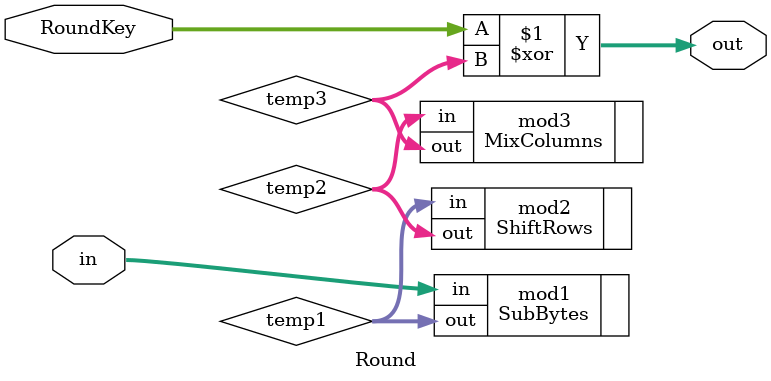
<source format=v>
`timescale 1ns / 1ps
module Round(in,out,RoundKey);
input wire [127:0] in;
input wire [127:0] RoundKey;
output wire [127:0] out;
wire [127:0] temp1,temp2,temp3;
SubBytes mod1 (.in(in), .out(temp1));
ShiftRows mod2 (.in(temp1), .out(temp2));
MixColumns mod3 (.in(temp2), .out(temp3));
//AddRoundKey mod4 (.data_in(temp3), .key(W), .out(temp4) );
assign out = RoundKey^temp3;
endmodule

</source>
